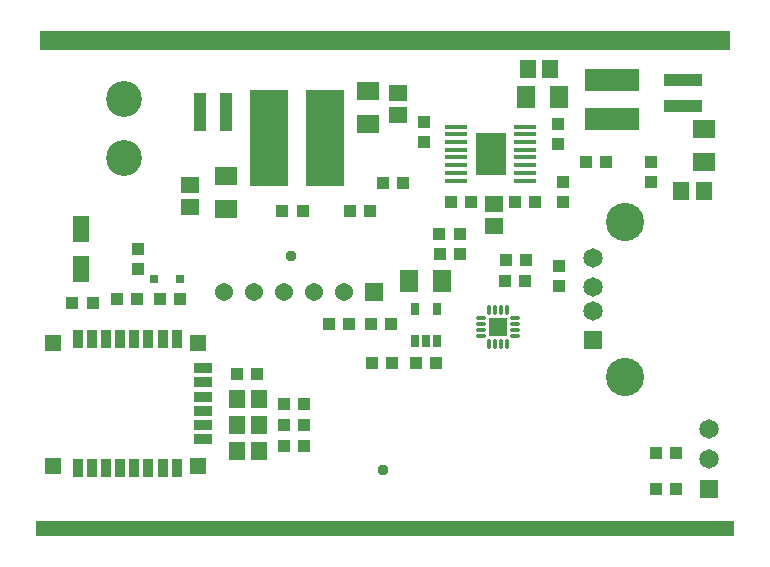
<source format=gts>
G04 DipTrace 2.4.0.2*
%INusbcharger-bluetooth2.GTS*%
%MOIN*%
%ADD23C,0.0375*%
%ADD64C,0.1197*%
%ADD65R,0.0567X0.0567*%
%ADD66R,0.0606X0.0331*%
%ADD67R,0.0331X0.0606*%
%ADD68C,0.0606*%
%ADD69R,0.0252X0.0449*%
%ADD70R,0.0606X0.0606*%
%ADD71O,0.0134X0.035*%
%ADD72O,0.035X0.0134*%
%ADD75R,0.1X0.1394*%
%ADD76R,0.0724X0.0173*%
%ADD79R,0.1276X0.0409*%
%ADD80R,0.1787X0.0724*%
%ADD81R,0.0409X0.1276*%
%ADD82R,0.1315X0.3244*%
%ADD83C,0.1276*%
%ADD84C,0.0646*%
%ADD85C,0.0646*%
%ADD86R,0.0646X0.0646*%
%ADD87R,0.0252X0.0252*%
%ADD88R,0.0567X0.0902*%
%ADD89R,0.0449X0.0409*%
%ADD90R,0.0528X0.0606*%
%ADD91R,0.0646X0.0724*%
%ADD92R,0.0409X0.0449*%
%ADD93R,0.0606X0.0528*%
%ADD94R,0.0724X0.0646*%
%FSLAX44Y44*%
G04*
G70*
G90*
G75*
G01*
%LNTopMask*%
%LPD*%
D94*
X11063Y14813D3*
Y13710D3*
D93*
X12062Y14750D3*
Y14002D3*
D92*
X12937Y13125D3*
Y13794D3*
D94*
X6312Y12000D3*
Y10898D3*
D93*
X5125Y11688D3*
Y10940D3*
D91*
X16314Y14627D3*
X17417D3*
D90*
X16377Y15564D3*
X17125D3*
D92*
X17375Y13063D3*
Y13732D3*
D94*
X22250Y13563D3*
Y12460D3*
D90*
X21496Y11496D3*
X22244D3*
D92*
X3375Y8875D3*
Y9544D3*
D89*
X13312Y5750D3*
X12643D3*
X13437Y10062D3*
X14107D3*
X1875Y7750D3*
X1206D3*
D93*
X15252Y11064D3*
Y10316D3*
D88*
X1500Y8876D3*
Y10215D3*
D89*
X11187Y5750D3*
X11857D3*
D87*
X3938Y8563D3*
X4804D3*
D90*
X7437Y2813D3*
X6689D3*
X7437Y3687D3*
X6689D3*
X7437Y4563D3*
X6689D3*
D86*
X22425Y1558D3*
D85*
Y2558D3*
Y3558D3*
D86*
X18563Y6502D3*
D84*
Y7486D3*
Y8274D3*
Y9258D3*
D83*
X19625Y5293D3*
Y10467D3*
D89*
X6687Y5375D3*
X7357D3*
D82*
X9625Y13250D3*
X7750D3*
D81*
X6312Y14125D3*
X5446D3*
D80*
X19190Y13876D3*
Y15176D3*
D79*
X21565Y15189D3*
Y14323D3*
D89*
X11562Y11750D3*
X12232D3*
X13813Y11125D3*
X14482D3*
X8875Y10813D3*
X8206D3*
X11125D3*
X10456D3*
X18312Y12447D3*
X18982D3*
X15942Y11125D3*
X16611D3*
D92*
X20500Y12437D3*
Y11768D3*
X17559Y11772D3*
Y11102D3*
D91*
X12437Y8500D3*
X13539D3*
D89*
X15625D3*
X16294D3*
X16312Y9187D3*
X15643D3*
X8250Y3000D3*
X8919D3*
X10438Y7063D3*
X9768D3*
X2687Y7875D3*
X3357D3*
X4125D3*
X4794D3*
D92*
X17437Y9000D3*
Y8331D3*
D89*
X14125Y9375D3*
X13456D3*
X8250Y3687D3*
X8919D3*
X8250Y4375D3*
X8919D3*
X21312Y2750D3*
X20643D3*
X11813Y7062D3*
X11143D3*
X20646Y1562D3*
X21315D3*
D76*
X14000Y13625D3*
Y13369D3*
Y13113D3*
Y12857D3*
Y12601D3*
Y12345D3*
Y12090D3*
Y11834D3*
X16284D3*
X16283Y12090D3*
Y12345D3*
Y12601D3*
Y12857D3*
Y13113D3*
Y13369D3*
Y13625D3*
D75*
X15142Y12729D3*
D72*
X14812Y7250D3*
Y7053D3*
Y6856D3*
Y6660D3*
D71*
X15088Y6384D3*
X15285D3*
X15481D3*
X15678D3*
D72*
X15954Y6660D3*
Y6856D3*
Y7053D3*
Y7250D3*
D71*
X15678Y7526D3*
X15481D3*
X15285D3*
X15088D3*
D70*
X15383Y6955D3*
D69*
X12625Y6500D3*
X12999D3*
X13373D3*
Y7563D3*
X12625D3*
D70*
X11251Y8126D3*
D68*
X10251D3*
X9251D3*
X8251D3*
X7251D3*
X6251D3*
D67*
X1375Y2250D3*
X1847D3*
X2320D3*
X2792D3*
X3265D3*
X3737D3*
X4209D3*
X4682D3*
D66*
X5548Y3215D3*
Y3687D3*
Y4160D3*
Y4632D3*
Y5105D3*
Y5577D3*
D67*
X4682Y6542D3*
X4209D3*
X3737D3*
X3265D3*
X2792D3*
X2320D3*
X1847D3*
X1375D3*
D65*
X5397Y2322D3*
Y6407D3*
X541Y2322D3*
Y6407D3*
D64*
X2937Y12580D3*
Y14549D3*
G36*
X125Y16813D2*
X23125D1*
Y16187D1*
X125D1*
Y16813D1*
G37*
G36*
X0Y500D2*
X23250D1*
Y0D1*
X0D1*
Y500D1*
G37*
D23*
X11564Y2188D3*
X8501Y9313D3*
M02*

</source>
